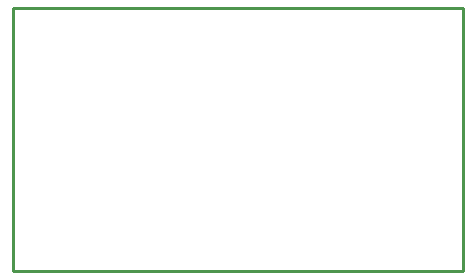
<source format=gko>
G04 Layer_Color=16711935*
%FSLAX24Y24*%
%MOIN*%
G70*
G01*
G75*
%ADD53C,0.0100*%
D53*
X0Y0D02*
X15000D01*
Y8750D01*
X0D02*
X15000D01*
X0Y0D02*
Y8750D01*
M02*

</source>
